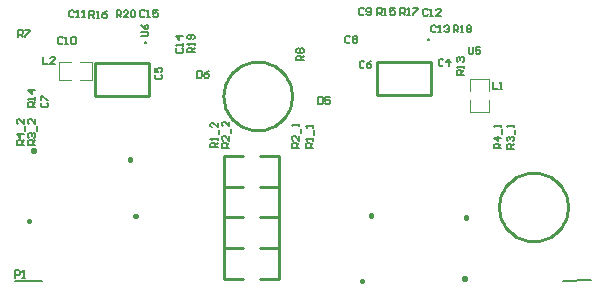
<source format=gto>
G04*
G04 #@! TF.GenerationSoftware,Altium Limited,Altium Designer,22.5.1 (42)*
G04*
G04 Layer_Color=65535*
%FSLAX25Y25*%
%MOIN*%
G70*
G04*
G04 #@! TF.SameCoordinates,407AD2AB-4410-4D32-8071-BEDB4B14A2C6*
G04*
G04*
G04 #@! TF.FilePolarity,Positive*
G04*
G01*
G75*
%ADD10C,0.01000*%
%ADD11C,0.00591*%
%ADD12C,0.00394*%
%ADD13C,0.01181*%
D10*
X544193Y316634D02*
X544149Y317629D01*
X544020Y318617D01*
X543804Y319589D01*
X543504Y320539D01*
X543123Y321459D01*
X542663Y322342D01*
X542128Y323183D01*
X541522Y323973D01*
X540849Y324707D01*
X540114Y325380D01*
X539324Y325986D01*
X538484Y326521D01*
X537601Y326981D01*
X536681Y327363D01*
X535731Y327662D01*
X534758Y327878D01*
X533771Y328008D01*
X532776Y328051D01*
X531780Y328008D01*
X530793Y327878D01*
X529821Y327662D01*
X528871Y327363D01*
X527950Y326981D01*
X527067Y326521D01*
X526227Y325986D01*
X525437Y325380D01*
X524702Y324707D01*
X524029Y323973D01*
X523423Y323183D01*
X522888Y322342D01*
X522428Y321459D01*
X522047Y320539D01*
X521747Y319589D01*
X521532Y318617D01*
X521402Y317629D01*
X521358Y316634D01*
X521402Y315639D01*
X521532Y314651D01*
X521747Y313679D01*
X522047Y312729D01*
X522428Y311809D01*
X522888Y310925D01*
X523423Y310085D01*
X524029Y309295D01*
X524702Y308561D01*
X525437Y307888D01*
X526227Y307281D01*
X527067Y306746D01*
X527950Y306286D01*
X528871Y305905D01*
X529821Y305606D01*
X530793Y305390D01*
X531780Y305260D01*
X532776Y305217D01*
X533771Y305260D01*
X534758Y305390D01*
X535731Y305606D01*
X536681Y305905D01*
X537601Y306286D01*
X538484Y306746D01*
X539324Y307281D01*
X540114Y307888D01*
X540849Y308561D01*
X541522Y309295D01*
X542128Y310085D01*
X542663Y310925D01*
X543123Y311809D01*
X543504Y312729D01*
X543804Y313679D01*
X544020Y314651D01*
X544149Y315639D01*
X544193Y316634D01*
X452245Y353611D02*
X452201Y354606D01*
X452071Y355594D01*
X451855Y356566D01*
X451556Y357516D01*
X451175Y358436D01*
X450715Y359320D01*
X450180Y360160D01*
X449573Y360950D01*
X448900Y361685D01*
X448166Y362357D01*
X447376Y362964D01*
X446536Y363499D01*
X445652Y363959D01*
X444732Y364340D01*
X443782Y364640D01*
X442810Y364855D01*
X441822Y364985D01*
X440827Y365029D01*
X439832Y364985D01*
X438845Y364855D01*
X437872Y364640D01*
X436922Y364340D01*
X436002Y363959D01*
X435118Y363499D01*
X434278Y362964D01*
X433488Y362357D01*
X432754Y361685D01*
X432081Y360950D01*
X431475Y360160D01*
X430939Y359320D01*
X430480Y358436D01*
X430098Y357516D01*
X429799Y356566D01*
X429583Y355594D01*
X429453Y354606D01*
X429410Y353611D01*
X429453Y352616D01*
X429583Y351629D01*
X429799Y350656D01*
X430098Y349706D01*
X430480Y348786D01*
X430939Y347903D01*
X431475Y347063D01*
X432081Y346272D01*
X432754Y345538D01*
X433488Y344865D01*
X434278Y344259D01*
X435118Y343724D01*
X436002Y343264D01*
X436922Y342882D01*
X437872Y342583D01*
X438845Y342367D01*
X439832Y342237D01*
X440827Y342194D01*
X441822Y342237D01*
X442810Y342367D01*
X443782Y342583D01*
X444732Y342882D01*
X445652Y343264D01*
X446536Y343724D01*
X447376Y344259D01*
X448166Y344865D01*
X448900Y345538D01*
X449573Y346272D01*
X450180Y347063D01*
X450715Y347903D01*
X451175Y348786D01*
X451556Y349706D01*
X451855Y350656D01*
X452071Y351629D01*
X452201Y352616D01*
X452245Y353611D01*
X480445Y353839D02*
X498654D01*
Y365059D01*
X480445Y353839D02*
X480445Y365059D01*
X498654D01*
X441535Y302953D02*
X447835D01*
X429724D02*
X436024D01*
X441535Y292717D02*
X447835D01*
X429724D02*
X436024D01*
X429724D02*
Y302953D01*
X447835Y292717D02*
Y302953D01*
X386516Y353543D02*
X404724Y353543D01*
Y364764D01*
X386516Y353543D02*
Y364764D01*
X404724Y364764D01*
X441535Y313189D02*
X447835D01*
X429724D02*
X436024D01*
X441535Y302953D02*
X447835D01*
X429724D02*
X436024D01*
X429724D02*
Y313189D01*
X447835Y302953D02*
Y313189D01*
X441535Y323425D02*
X447835D01*
X429724D02*
X436024D01*
X441535Y313189D02*
X447835D01*
X429724D02*
X436024D01*
X429724D02*
Y323425D01*
X447835Y313189D02*
Y323425D01*
X441535Y333661D02*
X447835D01*
X429724D02*
X436024D01*
X441535Y323425D02*
X447835D01*
X429724D02*
X436024D01*
X429724D02*
Y333661D01*
X447835Y323425D02*
Y333661D01*
D11*
X542717Y292100D02*
X551772Y292152D01*
X360039Y292028D02*
X369094Y292080D01*
X497539Y372638D02*
X497933D01*
Y372244D01*
X497539D01*
Y372638D01*
X403150Y371654D02*
X403543D01*
Y371260D01*
X403150D01*
Y371654D01*
X456102Y365552D02*
X453741D01*
Y366733D01*
X454134Y367126D01*
X454921D01*
X455315Y366733D01*
Y365552D01*
Y366339D02*
X456102Y367126D01*
X454134Y367913D02*
X453741Y368307D01*
Y369094D01*
X454134Y369488D01*
X454528D01*
X454921Y369094D01*
X455315Y369488D01*
X455708D01*
X456102Y369094D01*
Y368307D01*
X455708Y367913D01*
X455315D01*
X454921Y368307D01*
X454528Y367913D01*
X454134D01*
X454921Y368307D02*
Y369094D01*
X360981Y373301D02*
Y375662D01*
X362162D01*
X362555Y375269D01*
Y374482D01*
X362162Y374088D01*
X360981D01*
X361768D02*
X362555Y373301D01*
X363342Y375662D02*
X364917D01*
Y375269D01*
X363342Y373694D01*
Y373301D01*
X360040Y293111D02*
Y295472D01*
X361221D01*
X361614Y295078D01*
Y294291D01*
X361221Y293898D01*
X360040D01*
X362401Y293111D02*
X363189D01*
X362795D01*
Y295472D01*
X362401Y295078D01*
X402067Y373524D02*
X404035D01*
X404429Y373918D01*
Y374705D01*
X404035Y375098D01*
X402067D01*
Y377460D02*
X402461Y376673D01*
X403248Y375886D01*
X404035D01*
X404429Y376279D01*
Y377066D01*
X404035Y377460D01*
X403642D01*
X403248Y377066D01*
Y375886D01*
X511123Y369882D02*
Y367914D01*
X511516Y367520D01*
X512303D01*
X512697Y367914D01*
Y369882D01*
X515058D02*
X513484D01*
Y368701D01*
X514271Y369094D01*
X514665D01*
X515058Y368701D01*
Y367914D01*
X514665Y367520D01*
X513878D01*
X513484Y367914D01*
X393800Y379823D02*
Y382185D01*
X394981D01*
X395374Y381791D01*
Y381004D01*
X394981Y380610D01*
X393800D01*
X394587D02*
X395374Y379823D01*
X397736D02*
X396162D01*
X397736Y381398D01*
Y381791D01*
X397342Y382185D01*
X396555D01*
X396162Y381791D01*
X398523D02*
X398917Y382185D01*
X399704D01*
X400097Y381791D01*
Y380217D01*
X399704Y379823D01*
X398917D01*
X398523Y380217D01*
Y381791D01*
X419783Y368210D02*
X417422D01*
Y369390D01*
X417815Y369784D01*
X418602D01*
X418996Y369390D01*
Y368210D01*
Y368997D02*
X419783Y369784D01*
Y370571D02*
Y371358D01*
Y370965D01*
X417422D01*
X417815Y370571D01*
X419389Y372539D02*
X419783Y372933D01*
Y373720D01*
X419389Y374113D01*
X417815D01*
X417422Y373720D01*
Y372933D01*
X417815Y372539D01*
X418209D01*
X418602Y372933D01*
Y374113D01*
X506103Y374803D02*
Y377165D01*
X507284D01*
X507678Y376771D01*
Y375984D01*
X507284Y375591D01*
X506103D01*
X506890D02*
X507678Y374803D01*
X508465D02*
X509252D01*
X508858D01*
Y377165D01*
X508465Y376771D01*
X510433D02*
X510826Y377165D01*
X511613D01*
X512007Y376771D01*
Y376378D01*
X511613Y375984D01*
X512007Y375591D01*
Y375197D01*
X511613Y374803D01*
X510826D01*
X510433Y375197D01*
Y375591D01*
X510826Y375984D01*
X510433Y376378D01*
Y376771D01*
X510826Y375984D02*
X511613D01*
X488387Y380512D02*
Y382874D01*
X489568D01*
X489961Y382480D01*
Y381693D01*
X489568Y381299D01*
X488387D01*
X489174D02*
X489961Y380512D01*
X490748D02*
X491535D01*
X491142D01*
Y382874D01*
X490748Y382480D01*
X492716Y382874D02*
X494290D01*
Y382480D01*
X492716Y380906D01*
Y380512D01*
X384745Y379725D02*
Y382086D01*
X385926D01*
X386319Y381693D01*
Y380906D01*
X385926Y380512D01*
X384745D01*
X385532D02*
X386319Y379725D01*
X387106D02*
X387894D01*
X387500D01*
Y382086D01*
X387106Y381693D01*
X390649Y382086D02*
X389861Y381693D01*
X389074Y380906D01*
Y380118D01*
X389468Y379725D01*
X390255D01*
X390649Y380118D01*
Y380512D01*
X390255Y380906D01*
X389074D01*
X480611Y380611D02*
Y382972D01*
X481792D01*
X482186Y382578D01*
Y381791D01*
X481792Y381398D01*
X480611D01*
X481398D02*
X482186Y380611D01*
X482973D02*
X483760D01*
X483366D01*
Y382972D01*
X482973Y382578D01*
X486515Y382972D02*
X484940D01*
Y381791D01*
X485728Y382185D01*
X486121D01*
X486515Y381791D01*
Y381004D01*
X486121Y380611D01*
X485334D01*
X484940Y381004D01*
X366732Y350001D02*
X364370D01*
Y351182D01*
X364764Y351575D01*
X365551D01*
X365945Y351182D01*
Y350001D01*
Y350788D02*
X366732Y351575D01*
Y352362D02*
Y353150D01*
Y352756D01*
X364370D01*
X364764Y352362D01*
X366732Y355511D02*
X364370D01*
X365551Y354330D01*
Y355905D01*
X509547Y360631D02*
X507185D01*
Y361812D01*
X507579Y362205D01*
X508366D01*
X508760Y361812D01*
Y360631D01*
Y361418D02*
X509547Y362205D01*
Y362992D02*
Y363779D01*
Y363386D01*
X507185D01*
X507579Y362992D01*
Y364960D02*
X507185Y365354D01*
Y366141D01*
X507579Y366534D01*
X507973D01*
X508366Y366141D01*
Y365747D01*
Y366141D01*
X508760Y366534D01*
X509153D01*
X509547Y366141D01*
Y365354D01*
X509153Y364960D01*
X362893Y337305D02*
X360532D01*
Y338485D01*
X360926Y338879D01*
X361713D01*
X362106Y338485D01*
Y337305D01*
Y338092D02*
X362893Y338879D01*
Y340847D02*
X360532D01*
X361713Y339666D01*
Y341240D01*
X363287Y342027D02*
Y343602D01*
X362893Y345963D02*
Y344389D01*
X361319Y345963D01*
X360926D01*
X360532Y345570D01*
Y344782D01*
X360926Y344389D01*
X521948Y336222D02*
X519587D01*
Y337403D01*
X519981Y337796D01*
X520768D01*
X521161Y337403D01*
Y336222D01*
Y337009D02*
X521948Y337796D01*
Y339764D02*
X519587D01*
X520768Y338583D01*
Y340158D01*
X522342Y340945D02*
Y342519D01*
X521948Y343306D02*
Y344093D01*
Y343700D01*
X519587D01*
X519981Y343306D01*
X366732Y337305D02*
X364370D01*
Y338485D01*
X364764Y338879D01*
X365551D01*
X365945Y338485D01*
Y337305D01*
Y338092D02*
X366732Y338879D01*
X364764Y339666D02*
X364370Y340060D01*
Y340847D01*
X364764Y341240D01*
X365158D01*
X365551Y340847D01*
Y340453D01*
Y340847D01*
X365945Y341240D01*
X366338D01*
X366732Y340847D01*
Y340060D01*
X366338Y339666D01*
X367126Y342027D02*
Y343602D01*
X366732Y345963D02*
Y344389D01*
X365158Y345963D01*
X364764D01*
X364370Y345570D01*
Y344782D01*
X364764Y344389D01*
X526181Y336123D02*
X523819D01*
Y337304D01*
X524213Y337698D01*
X525000D01*
X525394Y337304D01*
Y336123D01*
Y336911D02*
X526181Y337698D01*
X524213Y338485D02*
X523819Y338878D01*
Y339666D01*
X524213Y340059D01*
X524607D01*
X525000Y339666D01*
Y339272D01*
Y339666D01*
X525394Y340059D01*
X525787D01*
X526181Y339666D01*
Y338878D01*
X525787Y338485D01*
X526574Y340846D02*
Y342421D01*
X526181Y343208D02*
Y343995D01*
Y343601D01*
X523819D01*
X524213Y343208D01*
X431397Y336419D02*
X429036D01*
Y337599D01*
X429429Y337993D01*
X430217D01*
X430610Y337599D01*
Y336419D01*
Y337206D02*
X431397Y337993D01*
Y340354D02*
Y338780D01*
X429823Y340354D01*
X429429D01*
X429036Y339961D01*
Y339174D01*
X429429Y338780D01*
X431791Y341142D02*
Y342716D01*
X431397Y345077D02*
Y343503D01*
X429823Y345077D01*
X429429D01*
X429036Y344684D01*
Y343897D01*
X429429Y343503D01*
X454724Y336419D02*
X452363D01*
Y337599D01*
X452756Y337993D01*
X453543D01*
X453937Y337599D01*
Y336419D01*
Y337206D02*
X454724Y337993D01*
Y340354D02*
Y338780D01*
X453150Y340354D01*
X452756D01*
X452363Y339961D01*
Y339174D01*
X452756Y338780D01*
X455118Y341142D02*
Y342716D01*
X454724Y343503D02*
Y344290D01*
Y343897D01*
X452363D01*
X452756Y343503D01*
X427460Y336517D02*
X425099D01*
Y337698D01*
X425492Y338091D01*
X426280D01*
X426673Y337698D01*
Y336517D01*
Y337304D02*
X427460Y338091D01*
Y338878D02*
Y339666D01*
Y339272D01*
X425099D01*
X425492Y338878D01*
X427854Y340846D02*
Y342421D01*
X427460Y344782D02*
Y343208D01*
X425886Y344782D01*
X425492D01*
X425099Y344389D01*
Y343601D01*
X425492Y343208D01*
X459252Y336419D02*
X456890D01*
Y337599D01*
X457284Y337993D01*
X458071D01*
X458464Y337599D01*
Y336419D01*
Y337206D02*
X459252Y337993D01*
Y338780D02*
Y339567D01*
Y339174D01*
X456890D01*
X457284Y338780D01*
X459645Y340748D02*
Y342322D01*
X459252Y343109D02*
Y343896D01*
Y343503D01*
X456890D01*
X457284Y343109D01*
X369390Y366732D02*
Y364370D01*
X370965D01*
X373326D02*
X371752D01*
X373326Y365945D01*
Y366338D01*
X372933Y366732D01*
X372145D01*
X371752Y366338D01*
X519193Y358366D02*
Y356004D01*
X520768D01*
X521555D02*
X522342D01*
X521948D01*
Y358366D01*
X521555Y357972D01*
X420670Y362106D02*
Y359745D01*
X421851D01*
X422244Y360138D01*
Y361712D01*
X421851Y362106D01*
X420670D01*
X424606D02*
X423818Y361712D01*
X423031Y360925D01*
Y360138D01*
X423425Y359745D01*
X424212D01*
X424606Y360138D01*
Y360532D01*
X424212Y360925D01*
X423031D01*
X460926Y353248D02*
Y350886D01*
X462107D01*
X462500Y351280D01*
Y352854D01*
X462107Y353248D01*
X460926D01*
X464862D02*
X463287D01*
Y352067D01*
X464074Y352461D01*
X464468D01*
X464862Y352067D01*
Y351280D01*
X464468Y350886D01*
X463681D01*
X463287Y351280D01*
X403249Y381890D02*
X402855Y382283D01*
X402068D01*
X401674Y381890D01*
Y380315D01*
X402068Y379922D01*
X402855D01*
X403249Y380315D01*
X404036Y379922D02*
X404823D01*
X404429D01*
Y382283D01*
X404036Y381890D01*
X407578Y382283D02*
X406004D01*
Y381102D01*
X406791Y381496D01*
X407184D01*
X407578Y381102D01*
Y380315D01*
X407184Y379922D01*
X406397D01*
X406004Y380315D01*
X413977Y369587D02*
X413583Y369194D01*
Y368406D01*
X413977Y368013D01*
X415551D01*
X415944Y368406D01*
Y369194D01*
X415551Y369587D01*
X415944Y370374D02*
Y371161D01*
Y370768D01*
X413583D01*
X413977Y370374D01*
X415944Y373523D02*
X413583D01*
X414764Y372342D01*
Y373916D01*
X500296Y376771D02*
X499902Y377165D01*
X499115D01*
X498721Y376771D01*
Y375197D01*
X499115Y374803D01*
X499902D01*
X500296Y375197D01*
X501083Y374803D02*
X501870D01*
X501476D01*
Y377165D01*
X501083Y376771D01*
X503051D02*
X503444Y377165D01*
X504232D01*
X504625Y376771D01*
Y376378D01*
X504232Y375984D01*
X503838D01*
X504232D01*
X504625Y375591D01*
Y375197D01*
X504232Y374803D01*
X503444D01*
X503051Y375197D01*
X497540Y382382D02*
X497146Y382775D01*
X496359D01*
X495965Y382382D01*
Y380807D01*
X496359Y380414D01*
X497146D01*
X497540Y380807D01*
X498327Y380414D02*
X499114D01*
X498721D01*
Y382775D01*
X498327Y382382D01*
X501869Y380414D02*
X500295D01*
X501869Y381988D01*
Y382382D01*
X501476Y382775D01*
X500688D01*
X500295Y382382D01*
X379626Y381791D02*
X379233Y382185D01*
X378446D01*
X378052Y381791D01*
Y380217D01*
X378446Y379823D01*
X379233D01*
X379626Y380217D01*
X380414Y379823D02*
X381201D01*
X380807D01*
Y382185D01*
X380414Y381791D01*
X382381Y379823D02*
X383169D01*
X382775D01*
Y382185D01*
X382381Y381791D01*
X375886Y372834D02*
X375493Y373228D01*
X374706D01*
X374312Y372834D01*
Y371260D01*
X374706Y370866D01*
X375493D01*
X375886Y371260D01*
X376673Y370866D02*
X377461D01*
X377067D01*
Y373228D01*
X376673Y372834D01*
X378641D02*
X379035Y373228D01*
X379822D01*
X380216Y372834D01*
Y371260D01*
X379822Y370866D01*
X379035D01*
X378641Y371260D01*
Y372834D01*
X476280Y382480D02*
X475886Y382874D01*
X475099D01*
X474705Y382480D01*
Y380906D01*
X475099Y380512D01*
X475886D01*
X476280Y380906D01*
X477067D02*
X477460Y380512D01*
X478247D01*
X478641Y380906D01*
Y382480D01*
X478247Y382874D01*
X477460D01*
X477067Y382480D01*
Y382086D01*
X477460Y381693D01*
X478641D01*
X471654Y373326D02*
X471260Y373720D01*
X470473D01*
X470079Y373326D01*
Y371752D01*
X470473Y371359D01*
X471260D01*
X471654Y371752D01*
X472441Y373326D02*
X472834Y373720D01*
X473622D01*
X474015Y373326D01*
Y372933D01*
X473622Y372539D01*
X474015Y372146D01*
Y371752D01*
X473622Y371359D01*
X472834D01*
X472441Y371752D01*
Y372146D01*
X472834Y372539D01*
X472441Y372933D01*
Y373326D01*
X472834Y372539D02*
X473622D01*
X369095Y351378D02*
X368701Y350985D01*
Y350197D01*
X369095Y349804D01*
X370669D01*
X371063Y350197D01*
Y350985D01*
X370669Y351378D01*
X368701Y352165D02*
Y353740D01*
X369095D01*
X370669Y352165D01*
X371063D01*
X476374Y365037D02*
X475981Y365430D01*
X475194D01*
X474800Y365037D01*
Y363462D01*
X475194Y363069D01*
X475981D01*
X476374Y363462D01*
X478736Y365430D02*
X477949Y365037D01*
X477161Y364249D01*
Y363462D01*
X477555Y363069D01*
X478342D01*
X478736Y363462D01*
Y363856D01*
X478342Y364249D01*
X477161D01*
X406890Y360729D02*
X406496Y360335D01*
Y359548D01*
X406890Y359154D01*
X408464D01*
X408858Y359548D01*
Y360335D01*
X408464Y360729D01*
X406496Y363090D02*
Y361516D01*
X407677D01*
X407284Y362303D01*
Y362696D01*
X407677Y363090D01*
X408464D01*
X408858Y362696D01*
Y361909D01*
X408464Y361516D01*
X502756Y365649D02*
X502362Y366043D01*
X501575D01*
X501182Y365649D01*
Y364075D01*
X501575Y363682D01*
X502362D01*
X502756Y364075D01*
X504724Y363682D02*
Y366043D01*
X503543Y364862D01*
X505118D01*
D12*
X517803Y348345D02*
Y352270D01*
X511727Y348345D02*
X517803D01*
X511727D02*
Y352270D01*
X517803Y355271D02*
Y359241D01*
X511727D02*
X517803D01*
X511727Y355271D02*
Y359241D01*
X374639Y358857D02*
X378563D01*
X374639D02*
Y364933D01*
X378563D01*
X381564Y358857D02*
X385534D01*
Y364933D01*
X381564D02*
X385534D01*
D13*
X365945Y335531D02*
X366470D01*
Y335007D01*
X365945D01*
Y335531D01*
X400000Y313681D02*
X400525D01*
Y313156D01*
X400000D01*
Y313681D01*
X398130Y332579D02*
X398655D01*
Y332054D01*
X398130D01*
Y332579D01*
X364567Y312106D02*
X365092D01*
Y311581D01*
X364567D01*
Y312106D01*
X510728Y312795D02*
X510204D01*
Y313320D01*
X510728D01*
Y312795D01*
X510138Y292323D02*
X509613D01*
Y292848D01*
X510138D01*
Y292323D01*
X479035Y313287D02*
X478511D01*
Y313812D01*
X479035D01*
Y313287D01*
X476083Y291535D02*
X475558D01*
Y292060D01*
X476083D01*
Y291535D01*
M02*

</source>
